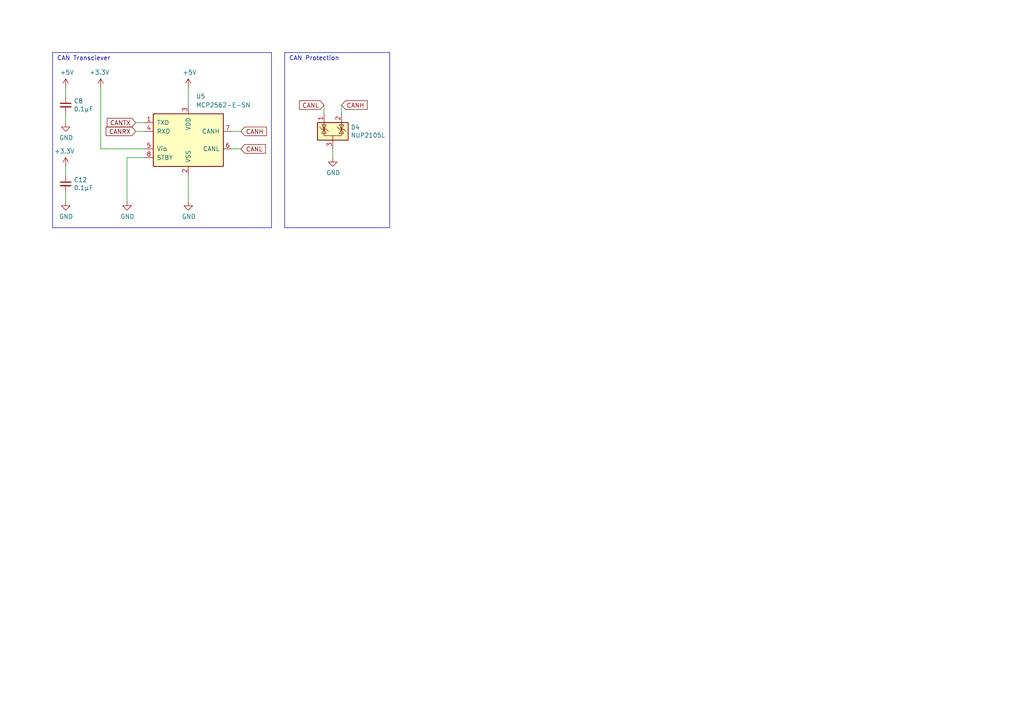
<source format=kicad_sch>
(kicad_sch (version 20230121) (generator eeschema)
  (paper "A4")
  (lib_symbols
    (symbol "Device:C_Small" (pin_numbers hide) (pin_names (offset 0.254) hide)
      (property "Reference" "C" (at 0.254 1.778 0))
      (property "Value" "C_Small" (at 0.254 -2.032 0))
      (symbol "C_Small_0_1"
        (polyline (pts (xy -1.524 -0.508) (xy 1.524 -0.508)) (stroke (width 0.3302)))
        (polyline (pts (xy -1.524 0.508) (xy 1.524 0.508)) (stroke (width 0.3048)))
      )
      (symbol "C_Small_1_1"
        (pin passive line (at 0 2.54 270) (length 2.032) (name "~") (number "1"))
        (pin passive line (at 0 -2.54 90) (length 2.032) (name "~") (number "2"))
      )
    )
    (symbol "Interface_CAN_LIN:MCP2562-E-SN" (pin_names (offset 1.016))
      (property "Reference" "U" (at -10.16 8.89 0))
      (property "Value" "MCP2562-E-SN" (at 2.54 8.89 0))
      (symbol "MCP2562-E-SN_0_1"
        (rectangle (start -10.16 7.62) (end 10.16 -7.62) (stroke (width 0.254)) (fill (type background)))
      )
      (symbol "MCP2562-E-SN_1_1"
        (pin input line (at -12.7 5.08 0) (length 2.54) (name "TXD") (number "1"))
        (pin power_in line (at 0 -10.16 90) (length 2.54) (name "VSS") (number "2"))
        (pin power_in line (at 0 10.16 270) (length 2.54) (name "VDD") (number "3"))
        (pin output line (at -12.7 2.54 0) (length 2.54) (name "RXD") (number "4"))
        (pin power_in line (at -12.7 -2.54 0) (length 2.54) (name "Vio") (number "5"))
        (pin bidirectional line (at 12.7 -2.54 180) (length 2.54) (name "CANL") (number "6"))
        (pin bidirectional line (at 12.7 2.54 180) (length 2.54) (name "CANH") (number "7"))
        (pin input line (at -12.7 -5.08 0) (length 2.54) (name "STBY") (number "8"))
      )
    )
    (symbol "Power_Protection:NUP2105L" (pin_names hide)
      (property "Reference" "D" (at 5.715 2.54 0))
      (property "Value" "NUP2105L" (at 5.715 0.635 0))
      (symbol "NUP2105L_0_0"
        (pin passive line (at 0 -5.08 90) (length 2.54) (name "A") (number "3"))
      )
      (symbol "NUP2105L_0_1"
        (rectangle (start -4.445 2.54) (end 4.445 -2.54) (stroke (width 0.254)) (fill (type background)))
        (polyline (pts (xy -2.54 2.54) (xy -2.54 0.635)))
        (polyline (pts (xy 0 -1.27) (xy 0 -2.54)))
        (polyline (pts (xy 2.54 2.54) (xy 2.54 0.635)))
        (polyline (pts (xy -3.81 1.27) (xy -3.175 0.635) (xy -1.905 0.635) (xy -1.27 0)))
        (polyline (pts (xy -2.54 0.635) (xy -2.54 -1.27) (xy 2.54 -1.27) (xy 2.54 0.635)))
        (polyline (pts (xy -2.54 0.635) (xy -1.905 -0.635) (xy -3.175 -0.635) (xy -2.54 0.635)))
        (polyline (pts (xy 2.54 0.635) (xy 1.905 -0.635) (xy 3.175 -0.635) (xy 2.54 0.635)))
        (polyline (pts (xy 2.54 0.635) (xy 3.175 1.905) (xy 1.905 1.905) (xy 2.54 0.635)))
        (polyline (pts (xy -2.54 0.635) (xy -3.175 1.905) (xy -1.905 1.905) (xy -2.54 0.635) (xy -2.54 1.27)))
        (polyline (pts (xy 1.27 1.27) (xy 1.905 0.635) (xy 2.54 0.635) (xy 3.175 0.635) (xy 3.81 0)))
      )
      (symbol "NUP2105L_1_1"
        (pin passive line (at -2.54 5.08 270) (length 2.54) (name "K") (number "1"))
        (pin passive line (at 2.54 5.08 270) (length 2.54) (name "K") (number "2"))
      )
    )
    (symbol "power:+3.3V" (power) (pin_names (offset 0))
      (property "Value" "+3.3V" (at 0 3.556 0))
      (symbol "+3.3V_0_1"
        (polyline (pts (xy -0.762 1.27) (xy 0 2.54)))
        (polyline (pts (xy 0 0) (xy 0 2.54)))
        (polyline (pts (xy 0 2.54) (xy 0.762 1.27)))
      )
      (symbol "+3.3V_1_1"
        (pin power_in line (at 0 0 90) (length 0) hide (name "+3.3V") (number "1"))
      )
    )
    (symbol "power:+5V" (power) (pin_names (offset 0))
      (property "Value" "+5V" (at 0 3.556 0))
      (symbol "+5V_0_1"
        (polyline (pts (xy -0.762 1.27) (xy 0 2.54)))
        (polyline (pts (xy 0 0) (xy 0 2.54)))
        (polyline (pts (xy 0 2.54) (xy 0.762 1.27)))
      )
      (symbol "+5V_1_1"
        (pin power_in line (at 0 0 90) (length 0) hide (name "+5V") (number "1"))
      )
    )
    (symbol "power:GND" (power) (pin_names (offset 0))
      (property "Value" "GND" (at 0 -3.81 0))
      (symbol "GND_0_1"
        (polyline (pts (xy 0 0) (xy 0 -1.27) (xy 1.27 -1.27) (xy 0 -2.54) (xy -1.27 -1.27) (xy 0 -1.27)))
      )
      (symbol "GND_1_1"
        (pin power_in line (at 0 0 270) (length 0) hide (name "GND") (number "1"))
      )
    )
  )
  (wire (pts (xy 54.61 58.42) (xy 54.61 50.8)))
  (polyline (pts (xy 78.74 15.24) (xy 15.24 15.24)))
  (wire (pts (xy 29.21 43.18) (xy 29.21 25.4)))
  (polyline (pts (xy 113.03 15.24) (xy 82.55 15.24)))
  (wire (pts (xy 96.52 43.18) (xy 96.52 45.72)))
  (polyline (pts (xy 78.74 66.04) (xy 78.74 15.24)))
  (polyline (pts (xy 82.55 15.24) (xy 82.55 66.04)))
  (wire (pts (xy 19.05 25.4) (xy 19.05 27.94)))
  (wire (pts (xy 93.98 30.48) (xy 93.98 33.02)))
  (wire (pts (xy 41.91 35.56) (xy 39.37 35.56)))
  (wire (pts (xy 54.61 30.48) (xy 54.61 25.4)))
  (wire (pts (xy 19.05 55.88) (xy 19.05 58.42)))
  (wire (pts (xy 19.05 33.02) (xy 19.05 35.56)))
  (wire (pts (xy 41.91 43.18) (xy 29.21 43.18)))
  (wire (pts (xy 67.31 38.1) (xy 69.85 38.1)))
  (polyline (pts (xy 15.24 66.04) (xy 78.74 66.04)))
  (wire (pts (xy 99.06 30.48) (xy 99.06 33.02)))
  (wire (pts (xy 67.31 43.18) (xy 69.85 43.18)))
  (polyline (pts (xy 15.24 15.24) (xy 15.24 66.04)))
  (wire (pts (xy 19.05 48.26) (xy 19.05 50.8)))
  (wire (pts (xy 41.91 45.72) (xy 36.83 45.72)))
  (wire (pts (xy 36.83 45.72) (xy 36.83 58.42)))
  (polyline (pts (xy 82.55 66.04) (xy 113.03 66.04)))
  (wire (pts (xy 41.91 38.1) (xy 39.37 38.1)))
  (polyline (pts (xy 113.03 66.04) (xy 113.03 15.24)))
  (text "CAN Protection" (at 83.82 17.78 0) (effects (font (size 1.27 1.27)) (justify left bottom)))
  (text "CAN Transciever" (at 16.51 17.78 0) (effects (font (size 1.27 1.27)) (justify left bottom)))
  (global_label "CANL" (shape input) (at 93.98 30.48 180) (property "Intersheetrefs" "${INTERSHEET_REFS}" (effects hide)))
  (global_label "CANH" (shape input) (at 99.06 30.48 0) (property "Intersheetrefs" "${INTERSHEET_REFS}" (effects hide)))
  (global_label "CANRX" (shape input) (at 39.37 38.1 180) (property "Intersheetrefs" "${INTERSHEET_REFS}" (effects hide)))
  (global_label "CANL" (shape input) (at 69.85 43.18 0) (property "Intersheetrefs" "${INTERSHEET_REFS}" (effects hide)))
  (global_label "CANTX" (shape input) (at 39.37 35.56 180) (property "Intersheetrefs" "${INTERSHEET_REFS}" (effects hide)))
  (global_label "CANH" (shape input) (at 69.85 38.1 0) (property "Intersheetrefs" "${INTERSHEET_REFS}" (effects hide)))
  (symbol (lib_id "power:+3.3V") (at 19.05 48.26 0) (mirror y) (unit 1)
    (property "Reference" "#PWR062" (effects hide))
    (property "Value" "+3.3V" (at 18.669 43.8658 0))
    (instances (project "ControlBoard" (path "" (reference "#PWR062") (unit 1)) (path "" (reference "#PWR049") (unit 1))) (project "SPIRadioCFRTC" (path "" (reference "#PWR028") (unit 1))))
  )
  (symbol (lib_id "Power_Protection:NUP2105L") (at 96.52 38.1 0) (unit 1)
    (property "Reference" "D4" (at 101.727 36.9316 0) (effects (justify left)))
    (property "Value" "NUP2105L" (at 101.727 39.243 0) (effects (justify left)))
    (property "Footprint" "Package_TO_SOT_SMD:SOT-23" (effects hide))
    (property "Datasheet" "http://www.onsemi.com/pub_link/Collateral/NUP2105L-D.PDF" (effects hide))
  )
  (symbol (lib_id "power:+3.3V") (at 29.21 25.4 0) (mirror y) (unit 1)
    (property "Reference" "#PWR061" (effects hide))
    (property "Value" "+3.3V" (at 28.829 21.0058 0))
    (instances (project "ControlBoard" (path "" (reference "#PWR061") (unit 1)) (path "" (reference "#PWR041") (unit 1))) (project "SPIRadioCFRTC" (path "" (reference "#PWR028") (unit 1))))
  )
  (symbol (lib_id "power:GND") (at 19.05 35.56 0) (unit 1)
    (property "Reference" "#PWR041" (effects hide))
    (property "Value" "GND" (at 19.177 39.9542 0))
    (instances (project "ControlBoard" (path "" (reference "#PWR041") (unit 1)) (path "" (reference "#PWR039") (unit 1))))
  )
  (symbol (lib_id "Device:C_Small") (at 19.05 30.48 0) (unit 1)
    (property "Reference" "C8" (at 21.3868 29.3116 0) (effects (justify left)))
    (property "Value" "0.1μF" (at 21.3868 31.623 0) (effects (justify left)))
    (property "Footprint" "Capacitor_SMD:C_0805_2012Metric" (effects hide))
  )
  (symbol (lib_id "power:GND") (at 54.61 58.42 0) (unit 1)
    (property "Reference" "#PWR049" (effects hide))
    (property "Value" "GND" (at 54.737 62.8142 0))
    (instances (project "ControlBoard" (path "" (reference "#PWR049") (unit 1)) (path "" (reference "#PWR063") (unit 1))))
  )
  (symbol (lib_id "Interface_CAN_LIN:MCP2562-E-SN") (at 54.61 40.64 0) (unit 1)
    (property "Reference" "U5" (at 56.8041 27.94 0) (effects (justify left)))
    (property "Value" "MCP2562-E-SN" (at 56.8041 30.48 0) (effects (justify left)))
    (property "Footprint" "Package_SO:SOIC-8_3.9x4.9mm_P1.27mm" (effects hide))
    (property "Datasheet" "http://ww1.microchip.com/downloads/en/DeviceDoc/25167A.pdf" (effects hide))
  )
  (symbol (lib_id "power:+5V") (at 19.05 25.4 0) (unit 1)
    (property "Reference" "#PWR038" (effects hide))
    (property "Value" "+5V" (at 19.431 21.0058 0))
  )
  (symbol (lib_id "power:GND") (at 19.05 58.42 0) (unit 1)
    (property "Reference" "#PWR063" (effects hide))
    (property "Value" "GND" (at 19.177 62.8142 0))
    (instances (project "ControlBoard" (path "" (reference "#PWR063") (unit 1)) (path "" (reference "#PWR061") (unit 1))))
  )
  (symbol (lib_id "Device:C_Small") (at 19.05 53.34 0) (unit 1)
    (property "Reference" "C12" (at 21.3868 52.1716 0) (effects (justify left)))
    (property "Value" "0.1μF" (at 21.3868 54.483 0) (effects (justify left)))
    (property "Footprint" "Capacitor_SMD:C_0805_2012Metric" (effects hide))
  )
  (symbol (lib_id "power:GND") (at 96.52 45.72 0) (unit 1)
    (property "Reference" "#PWR045" (effects hide))
    (property "Value" "GND" (at 96.647 50.1142 0))
  )
  (symbol (lib_id "power:GND") (at 36.83 58.42 0) (unit 1)
    (property "Reference" "#PWR048" (effects hide))
    (property "Value" "GND" (at 36.957 62.8142 0))
  )
  (symbol (lib_id "power:+5V") (at 54.61 25.4 0) (unit 1)
    (property "Reference" "#PWR039" (effects hide))
    (property "Value" "+5V" (at 54.991 21.0058 0))
    (instances (project "ControlBoard" (path "" (reference "#PWR039") (unit 1)) (path "" (reference "#PWR062") (unit 1))))
  )
)
</source>
